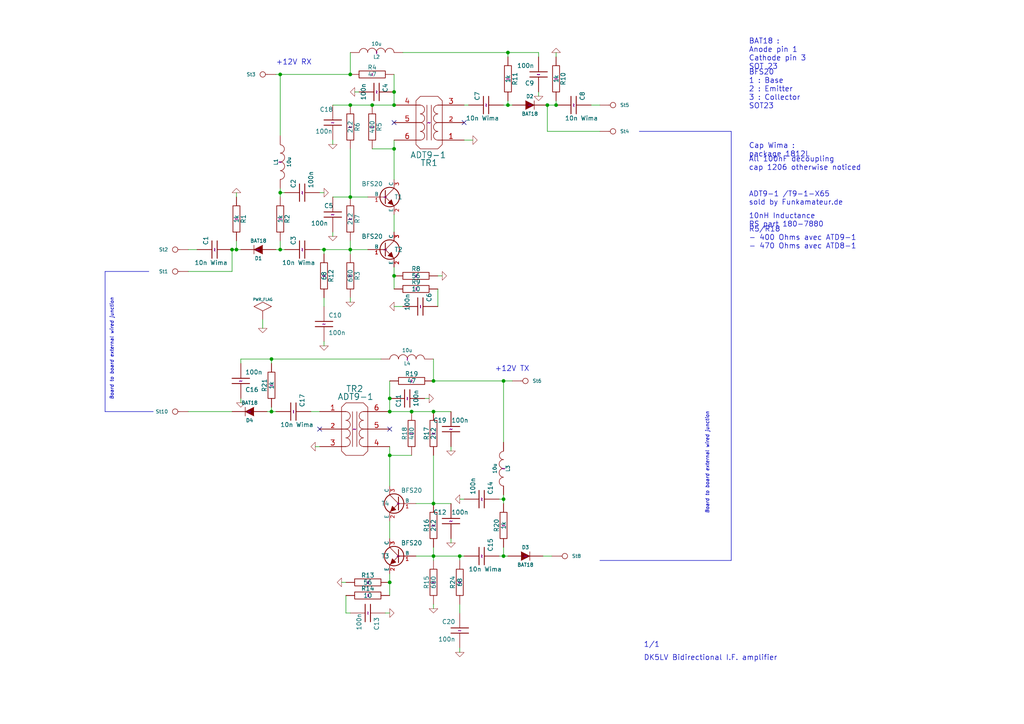
<source format=kicad_sch>
(kicad_sch (version 20230121) (generator eeschema)
  (paper "A4")
  (title_block (date "14 jan 2015"))
  (lib_symbols
    (symbol "bidi-rescue:C" (pin_numbers hide) (pin_names (offset 0.254))
      (property "Reference" "C" (at 1.27 2.54 0))
      (property "Value" "C" (at 1.27 -2.54 0))
      (symbol "C_0_1"
        (polyline (pts (xy -2.54 -0.762) (xy 2.54 -0.762)) (stroke (width 0.254)))
        (polyline (pts (xy -2.54 0.762) (xy 2.54 0.762)) (stroke (width 0.254)))
      )
      (symbol "C_1_1"
        (pin passive line (at 0 5.08 270) (length 4.318) (name "~") (number "1"))
        (pin passive line (at 0 -5.08 90) (length 4.318) (name "~") (number "2"))
      )
    )
    (symbol "bidi-rescue:CONN_1" (pin_numbers hide) (pin_names (offset 0.762) hide)
      (property "Reference" "P" (at 2.032 0 0))
      (symbol "CONN_1_0_1"
        (polyline (pts (xy -0.762 0) (xy -1.27 0)))
        (circle (center 0 0) (radius 0.7874))
      )
      (symbol "CONN_1_1_1"
        (pin passive line (at -3.81 0 0) (length 2.54) (name "1") (number "1"))
      )
    )
    (symbol "bidi-rescue:DIODE_soT23" (pin_numbers hide) (pin_names (offset 1.016) hide)
      (property "Reference" "D" (at 0 2.54 0))
      (property "Value" "DIODE_soT23" (at 0 -2.54 0))
      (symbol "DIODE_soT23_0_1"
        (polyline (pts (xy 1.27 1.27) (xy 1.27 -1.27)) (stroke (width 0.1524)))
        (polyline (pts (xy -1.27 1.27) (xy 1.27 0) (xy -1.27 -1.27)) (fill (type outline)))
      )
      (symbol "DIODE_soT23_1_1"
        (pin passive line (at -5.08 0 0) (length 3.81) (name "A") (number "1"))
        (pin passive line (at 5.08 0 180) (length 3.81) (name "K") (number "3"))
      )
    )
    (symbol "bidi-rescue:GND" (power) (pin_names (offset 0))
      (symbol "GND_0_1"
        (polyline (pts (xy -1.27 0) (xy 0 -1.27) (xy 1.27 0) (xy -1.27 0)) (stroke (width 0.1016)))
      )
      (symbol "GND_1_1"
        (pin power_in line (at 0 0 90) (length 0) hide (name "GND") (number "1"))
      )
    )
    (symbol "bidi-rescue:INDUCTOR" (pin_numbers hide) (pin_names (offset 1.016) hide)
      (property "Reference" "L" (at -1.27 0 90))
      (property "Value" "INDUCTOR" (at 2.54 0 90))
      (symbol "INDUCTOR_0_1"
        (arc (start 0.0254 -5.0546) (mid 1.2449 -3.8097) (end 0.0254 -2.54))
        (arc (start 0.0254 -2.5146) (mid 1.2703 -1.2444) (end 0.0254 0.0508))
        (arc (start 0.0254 0.0254) (mid 1.2703 1.2956) (end 0.0254 2.5908))
        (arc (start 0.0254 2.5654) (mid 1.1941 3.7595) (end 0.0254 4.9784))
      )
      (symbol "INDUCTOR_1_1"
        (pin passive line (at 0 7.62 270) (length 2.54) (name "1") (number "1"))
        (pin passive line (at 0 -7.62 90) (length 2.54) (name "2") (number "2"))
      )
    )
    (symbol "bidi-rescue:NPN-SOT" (pin_names (offset 0))
      (property "Reference" "Q" (at 3.81 0 0))
      (property "Value" "NPN-SOT" (at -3.81 3.81 0))
      (symbol "NPN-SOT_0_1"
        (polyline (pts (xy 0 0) (xy 2.54 2.54)))
        (polyline (pts (xy 0 1.905) (xy 0 -1.905) (xy 0 -1.905)) (stroke (width 0.254)))
        (polyline (pts (xy 1.27 -1.27) (xy 0 0) (xy 0 0)))
        (polyline (pts (xy 2.286 -2.286) (xy 2.54 -2.54) (xy 2.54 -2.54)))
        (polyline (pts (xy 2.286 -2.286) (xy 1.778 -0.762) (xy 0.762 -1.778) (xy 2.286 -2.286) (xy 2.286 -2.286)) (fill (type outline)))
        (circle (center 1.27 0) (radius 2.8194) (stroke (width 0.254)))
      )
      (symbol "NPN-SOT_1_1"
        (pin input line (at -5.08 0 0) (length 5.08) (name "B") (number "1"))
        (pin passive line (at 2.54 -5.08 90) (length 2.54) (name "E") (number "2"))
        (pin passive line (at 2.54 5.08 270) (length 2.54) (name "C") (number "3"))
      )
    )
    (symbol "bidi-rescue:PWR_FLAG" (power) (pin_numbers hide) (pin_names (offset 0) hide)
      (property "Value" "PWR_FLAG" (at 0 5.842 0))
      (symbol "PWR_FLAG_0_0"
        (pin power_out line (at 0 0 90) (length 0) (name "pwr") (number "1"))
      )
      (symbol "PWR_FLAG_0_1"
        (polyline (pts (xy 0 0) (xy 0 2.54) (xy 0 2.54)))
        (polyline (pts (xy 0 2.54) (xy -2.54 3.81) (xy 0 5.08) (xy 2.54 3.81) (xy 0 2.54)))
      )
    )
    (symbol "bidi-rescue:R" (pin_numbers hide) (pin_names (offset 0))
      (property "Reference" "R" (at 2.032 0 90))
      (property "Value" "R" (at 0 0 90))
      (symbol "R_0_1"
        (rectangle (start -1.016 3.81) (end 1.016 -3.81) (stroke (width 0.2032)))
      )
      (symbol "R_1_1"
        (pin passive line (at 0 6.35 270) (length 2.54) (name "~") (number "1"))
        (pin passive line (at 0 -6.35 90) (length 2.54) (name "~") (number "2"))
      )
    )
    (symbol "bidi-rescue:TransfoPM" (pin_names (offset 1.016) hide)
      (property "Reference" "T" (at 0 11.684 0))
      (property "Value" "TransfoPM" (at 0.254 9.398 0))
      (symbol "TransfoPM_0_1"
        (arc (start -2.54 -5.0546) (mid -1.6599 -4.6901) (end -1.27 -3.81))
        (arc (start -2.54 -2.5146) (mid -1.6599 -2.1501) (end -1.27 -1.27))
        (arc (start -2.54 0.0254) (mid -1.6599 0.3899) (end -1.27 1.27))
        (arc (start -2.54 2.5654) (mid -1.6599 2.9299) (end -1.27 3.81))
        (arc (start -1.27 -3.81) (mid -1.642 -2.912) (end -2.54 -2.54))
        (arc (start -1.27 -1.27) (mid -1.642 -0.372) (end -2.54 0))
        (arc (start -1.27 1.27) (mid -1.642 2.168) (end -2.54 2.54))
        (arc (start -1.27 3.81) (mid -1.642 4.708) (end -2.54 5.08))
        (polyline (pts (xy -0.635 5.08) (xy -0.635 -5.08)))
        (polyline (pts (xy 0.635 -5.08) (xy 0.635 5.08)))
        (polyline (pts (xy -3.81 6.35) (xy -2.54 7.62) (xy 2.54 7.62) (xy 3.81 6.35) (xy 3.81 -6.35) (xy 2.54 -7.62) (xy -2.54 -7.62) (xy -3.81 -6.35) (xy -3.81 6.35)))
        (arc (start 1.2954 -1.27) (mid 1.6599 -2.1501) (end 2.54 -2.5146))
        (arc (start 1.2954 1.27) (mid 1.6599 0.3899) (end 2.54 0.0254))
        (arc (start 1.2954 3.81) (mid 1.6599 2.9299) (end 2.54 2.5654))
        (arc (start 1.3208 -3.81) (mid 1.6853 -4.6901) (end 2.5654 -5.0546))
        (arc (start 2.54 0) (mid 1.642 -0.372) (end 1.2954 -1.27))
        (arc (start 2.54 2.54) (mid 1.642 2.168) (end 1.2954 1.27))
        (arc (start 2.54 5.08) (mid 1.642 4.708) (end 1.2954 3.81))
        (arc (start 2.5654 -2.54) (mid 1.6674 -2.912) (end 1.3208 -3.81))
      )
      (symbol "TransfoPM_1_1"
        (pin passive line (at -10.16 5.08 0) (length 7.62) (name "AA") (number "1"))
        (pin input line (at -10.16 0 0) (length 7.62) (name "AB") (number "2"))
        (pin passive line (at -10.16 -5.08 0) (length 7.62) (name "AC") (number "3"))
        (pin passive line (at 10.16 -5.08 180) (length 7.62) (name "SA") (number "4"))
        (pin passive line (at 10.16 0 180) (length 7.62) (name "SB") (number "5"))
        (pin passive line (at 10.16 5.08 180) (length 7.62) (name "SC") (number "6"))
      )
    )
  )
  (junction (at 113.03 132.08))
  (junction (at 125.73 161.29))
  (junction (at 114.3 80.01))
  (junction (at 113.03 115.57))
  (junction (at 81.28 55.88))
  (junction (at 125.73 119.38))
  (junction (at 114.3 43.18))
  (junction (at 161.29 30.48))
  (junction (at 146.05 161.29))
  (junction (at 113.03 119.38))
  (junction (at 147.32 30.48))
  (junction (at 125.73 110.49))
  (junction (at 133.35 161.29))
  (junction (at 158.75 30.48))
  (junction (at 101.6 72.39))
  (junction (at 68.58 72.39))
  (junction (at 78.74 119.38))
  (junction (at 81.28 21.59))
  (junction (at 119.38 119.38))
  (junction (at 125.73 146.05))
  (junction (at 93.98 72.39))
  (junction (at 81.28 72.39))
  (junction (at 113.03 168.91))
  (junction (at 101.6 30.48))
  (junction (at 67.31 72.39))
  (junction (at 101.6 57.15))
  (junction (at 146.05 144.78))
  (junction (at 78.74 104.14))
  (junction (at 147.32 15.24))
  (junction (at 114.3 26.67))
  (junction (at 107.95 30.48))
  (junction (at 114.3 30.48))
  (junction (at 101.6 21.59))
  (junction (at 146.05 110.49))
  (no_connect (at 134.62 35.56))
  (no_connect (at 114.3 35.56))
  (no_connect (at 92.71 124.46))
  (no_connect (at 113.03 124.46))
  (wire (pts (xy 81.28 21.59) (xy 101.6 21.59)))
  (wire (pts (xy 113.03 132.08) (xy 113.03 140.97)))
  (wire (pts (xy 113.03 115.57) (xy 113.03 119.38)))
  (wire (pts (xy 78.74 105.41) (xy 78.74 104.14)))
  (wire (pts (xy 134.62 30.48) (xy 135.89 30.48)))
  (wire (pts (xy 93.98 99.06) (xy 93.98 100.33)))
  (wire (pts (xy 78.74 119.38) (xy 77.47 119.38)))
  (wire (pts (xy 127 80.01) (xy 128.27 80.01)))
  (wire (pts (xy 76.2 92.71) (xy 76.2 95.25)))
  (wire (pts (xy 81.28 69.85) (xy 81.28 72.39)))
  (wire (pts (xy 101.6 72.39) (xy 106.68 72.39)))
  (wire (pts (xy 82.55 55.88) (xy 81.28 55.88)))
  (wire (pts (xy 161.29 16.51) (xy 161.29 15.24)))
  (wire (pts (xy 92.71 129.54) (xy 91.44 129.54)))
  (wire (pts (xy 67.31 119.38) (xy 54.61 119.38)))
  (wire (pts (xy 144.78 161.29) (xy 146.05 161.29)))
  (wire (pts (xy 125.73 161.29) (xy 120.65 161.29)))
  (wire (pts (xy 114.3 30.48) (xy 107.95 30.48)))
  (wire (pts (xy 78.74 104.14) (xy 110.49 104.14)))
  (wire (pts (xy 101.6 69.85) (xy 101.6 72.39)))
  (wire (pts (xy 125.73 161.29) (xy 125.73 162.56)))
  (wire (pts (xy 125.73 146.05) (xy 120.65 146.05)))
  (wire (pts (xy 111.76 177.8) (xy 113.03 177.8)))
  (wire (pts (xy 146.05 161.29) (xy 147.32 161.29)))
  (wire (pts (xy 125.73 175.26) (xy 125.73 176.53)))
  (wire (pts (xy 68.58 57.15) (xy 68.58 55.88)))
  (wire (pts (xy 125.73 119.38) (xy 130.81 119.38)))
  (wire (pts (xy 146.05 143.51) (xy 146.05 144.78)))
  (wire (pts (xy 125.73 132.08) (xy 125.73 146.05)))
  (wire (pts (xy 158.75 38.1) (xy 173.99 38.1)))
  (wire (pts (xy 113.03 168.91) (xy 113.03 172.72)))
  (wire (pts (xy 81.28 54.61) (xy 81.28 55.88)))
  (wire (pts (xy 69.85 104.14) (xy 69.85 105.41)))
  (wire (pts (xy 114.3 40.64) (xy 114.3 43.18)))
  (wire (pts (xy 80.01 21.59) (xy 81.28 21.59)))
  (wire (pts (xy 107.95 43.18) (xy 114.3 43.18)))
  (wire (pts (xy 161.29 30.48) (xy 161.29 29.21)))
  (wire (pts (xy 134.62 161.29) (xy 133.35 161.29)))
  (wire (pts (xy 130.81 129.54) (xy 130.81 130.81)))
  (wire (pts (xy 81.28 55.88) (xy 81.28 57.15)))
  (wire (pts (xy 116.84 88.9) (xy 114.3 88.9)))
  (wire (pts (xy 82.55 72.39) (xy 81.28 72.39)))
  (wire (pts (xy 158.75 30.48) (xy 158.75 38.1)))
  (wire (pts (xy 134.62 144.78) (xy 133.35 144.78)))
  (wire (pts (xy 96.52 57.15) (xy 101.6 57.15)))
  (wire (pts (xy 130.81 156.21) (xy 130.81 157.48)))
  (wire (pts (xy 69.85 72.39) (xy 68.58 72.39)))
  (wire (pts (xy 80.01 119.38) (xy 78.74 119.38)))
  (wire (pts (xy 107.95 30.48) (xy 101.6 30.48)))
  (wire (pts (xy 114.3 26.67) (xy 114.3 30.48)))
  (wire (pts (xy 133.35 177.8) (xy 133.35 175.26)))
  (wire (pts (xy 119.38 119.38) (xy 125.73 119.38)))
  (wire (pts (xy 92.71 72.39) (xy 93.98 72.39)))
  (wire (pts (xy 113.03 151.13) (xy 113.03 156.21)))
  (wire (pts (xy 114.3 21.59) (xy 114.3 26.67)))
  (wire (pts (xy 114.3 80.01) (xy 114.3 83.82)))
  (wire (pts (xy 114.3 77.47) (xy 114.3 80.01)))
  (wire (pts (xy 96.52 67.31) (xy 96.52 68.58)))
  (wire (pts (xy 156.21 26.67) (xy 156.21 27.94)))
  (wire (pts (xy 92.71 55.88) (xy 93.98 55.88)))
  (wire (pts (xy 147.32 29.21) (xy 147.32 30.48)))
  (wire (pts (xy 101.6 86.36) (xy 101.6 87.63)))
  (wire (pts (xy 81.28 72.39) (xy 80.01 72.39)))
  (wire (pts (xy 100.33 172.72) (xy 100.33 177.8)))
  (wire (pts (xy 68.58 72.39) (xy 67.31 72.39)))
  (polyline (pts (xy 212.09 38.1) (xy 185.42 38.1)))
  (wire (pts (xy 113.03 110.49) (xy 113.03 115.57)))
  (wire (pts (xy 157.48 161.29) (xy 160.02 161.29)))
  (wire (pts (xy 133.35 161.29) (xy 125.73 161.29)))
  (wire (pts (xy 113.03 166.37) (xy 113.03 168.91)))
  (wire (pts (xy 114.3 62.23) (xy 114.3 67.31)))
  (wire (pts (xy 96.52 40.64) (xy 96.52 41.91)))
  (wire (pts (xy 130.81 146.05) (xy 125.73 146.05)))
  (wire (pts (xy 78.74 118.11) (xy 78.74 119.38)))
  (wire (pts (xy 101.6 30.48) (xy 96.52 30.48)))
  (wire (pts (xy 101.6 72.39) (xy 101.6 73.66)))
  (wire (pts (xy 93.98 72.39) (xy 101.6 72.39)))
  (wire (pts (xy 133.35 187.96) (xy 133.35 189.23)))
  (polyline (pts (xy 30.48 119.38) (xy 30.48 78.74)))
  (wire (pts (xy 69.85 104.14) (xy 78.74 104.14)))
  (wire (pts (xy 125.73 104.14) (xy 125.73 110.49)))
  (polyline (pts (xy 30.48 78.74) (xy 43.18 78.74)))
  (wire (pts (xy 116.84 15.24) (xy 147.32 15.24)))
  (wire (pts (xy 127 83.82) (xy 127 88.9)))
  (wire (pts (xy 101.6 21.59) (xy 101.6 15.24)))
  (wire (pts (xy 113.03 119.38) (xy 119.38 119.38)))
  (polyline (pts (xy 173.99 162.56) (xy 212.09 162.56)))
  (wire (pts (xy 146.05 158.75) (xy 146.05 161.29)))
  (wire (pts (xy 156.21 15.24) (xy 156.21 16.51)))
  (wire (pts (xy 144.78 144.78) (xy 146.05 144.78)))
  (wire (pts (xy 93.98 73.66) (xy 93.98 72.39)))
  (wire (pts (xy 68.58 69.85) (xy 68.58 72.39)))
  (wire (pts (xy 123.19 115.57) (xy 124.46 115.57)))
  (wire (pts (xy 119.38 132.08) (xy 113.03 132.08)))
  (wire (pts (xy 125.73 158.75) (xy 125.73 161.29)))
  (wire (pts (xy 133.35 162.56) (xy 133.35 161.29)))
  (wire (pts (xy 147.32 30.48) (xy 148.59 30.48)))
  (wire (pts (xy 134.62 40.64) (xy 137.16 40.64)))
  (wire (pts (xy 146.05 110.49) (xy 146.05 128.27)))
  (wire (pts (xy 125.73 110.49) (xy 146.05 110.49)))
  (wire (pts (xy 54.61 72.39) (xy 57.15 72.39)))
  (wire (pts (xy 114.3 43.18) (xy 114.3 52.07)))
  (wire (pts (xy 171.45 30.48) (xy 173.99 30.48)))
  (polyline (pts (xy 44.45 119.38) (xy 30.48 119.38)))
  (wire (pts (xy 101.6 43.18) (xy 101.6 57.15)))
  (wire (pts (xy 69.85 115.57) (xy 69.85 116.84)))
  (polyline (pts (xy 212.09 162.56) (xy 212.09 38.1)))
  (wire (pts (xy 93.98 88.9) (xy 93.98 86.36)))
  (wire (pts (xy 146.05 144.78) (xy 146.05 146.05)))
  (wire (pts (xy 147.32 16.51) (xy 147.32 15.24)))
  (wire (pts (xy 67.31 78.74) (xy 67.31 72.39)))
  (wire (pts (xy 146.05 30.48) (xy 147.32 30.48)))
  (wire (pts (xy 113.03 129.54) (xy 113.03 132.08)))
  (wire (pts (xy 104.14 26.67) (xy 102.87 26.67)))
  (wire (pts (xy 100.33 168.91) (xy 99.06 168.91)))
  (wire (pts (xy 54.61 78.74) (xy 67.31 78.74)))
  (wire (pts (xy 161.29 30.48) (xy 158.75 30.48)))
  (wire (pts (xy 147.32 15.24) (xy 156.21 15.24)))
  (wire (pts (xy 81.28 21.59) (xy 81.28 39.37)))
  (wire (pts (xy 100.33 177.8) (xy 101.6 177.8)))
  (wire (pts (xy 90.17 119.38) (xy 92.71 119.38)))
  (wire (pts (xy 101.6 57.15) (xy 106.68 57.15)))
  (wire (pts (xy 146.05 110.49) (xy 148.59 110.49)))
  (text "Cap Wima : \npackage 1812L" (at 217.17 45.72 0) (effects (font (size 1.524 1.524)) (justify left bottom)))
  (text "1/1" (at 186.69 187.96 0) (effects (font (size 1.524 1.524)) (justify left bottom)))
  (text "ADT9-1 /T9-1-X65\nsold by Funkamateur.de" (at 217.17 59.69 0) (effects (font (size 1.4986 1.4986)) (justify left bottom)))
  (text "All 100nF decoupling \ncap 1206 otherwise noticed\n\n" (at 217.17 52.07 0) (effects (font (size 1.524 1.524)) (justify left bottom)))
  (text "+12V TX\n" (at 143.51 107.95 0) (effects (font (size 1.524 1.524)) (justify left bottom)))
  (text "Board to board external wired junction" (at 33.02 86.36 90) (effects (font (size 0.9906 0.9906) italic) (justify right bottom)))
  (text "BAT18 : \nAnode pin 1\nCathode pin 3\nSOT 23" (at 217.17 20.32 0) (effects (font (size 1.524 1.524)) (justify left bottom)))
  (text "Board to board external wired junction" (at 205.74 119.38 90) (effects (font (size 0.9906 0.9906) italic) (justify right bottom)))
  (text "+12V RX\n" (at 80.01 19.05 0) (effects (font (size 1.524 1.524)) (justify left bottom)))
  (text "R5/R18 \n- 400 Ohms avec ATD9-1\n- 470 Ohms avec ATD8-1\n" (at 217.17 72.39 0) (effects (font (size 1.524 1.524)) (justify left bottom)))
  (text "10nH Inductance \nRS part 180-7880" (at 217.17 66.04 0) (effects (font (size 1.4986 1.4986)) (justify left bottom)))
  (text "BFS20\n1 : Base\n2 : Emitter\n3 : Collector\nSOT23\n" (at 217.17 31.75 0) (effects (font (size 1.524 1.524)) (justify left bottom)))
  (text "DK5LV Bidirectional I.F. amplifier" (at 186.69 191.77 0) (effects (font (size 1.524 1.524)) (justify left bottom)))
  (symbol (lib_id "bidi-rescue:C") (at 62.23 72.39 90) (unit 1)
    (property "Reference" "C1" (at 59.69 71.12 0) (effects (justify left)))
    (property "Value" "10n Wima" (at 66.04 76.2 90) (effects (justify left)))
    (property "Footprint" "~" (at 62.23 72.39 0) (effects (font (size 1.524 1.524))))
    (property "Datasheet" "~" (at 62.23 72.39 0) (effects (font (size 1.524 1.524))))
  )
  (symbol (lib_id "bidi-rescue:R") (at 81.28 63.5 0) (unit 1)
    (property "Reference" "R2" (at 83.312 63.5 90))
    (property "Value" "1k" (at 81.28 63.5 90))
    (property "Footprint" "~" (at 81.28 63.5 0) (effects (font (size 1.524 1.524))))
    (property "Datasheet" "~" (at 81.28 63.5 0) (effects (font (size 1.524 1.524))))
  )
  (symbol (lib_id "bidi-rescue:C") (at 87.63 72.39 90) (unit 1)
    (property "Reference" "C3" (at 85.09 71.12 0) (effects (justify left)))
    (property "Value" "10n Wima" (at 91.44 76.2 90) (effects (justify left)))
    (property "Footprint" "~" (at 87.63 72.39 0) (effects (font (size 1.524 1.524))))
    (property "Datasheet" "~" (at 87.63 72.39 0) (effects (font (size 1.524 1.524))))
  )
  (symbol (lib_id "bidi-rescue:C") (at 87.63 55.88 90) (unit 1)
    (property "Reference" "C2" (at 85.09 54.61 0) (effects (justify left)))
    (property "Value" "100n" (at 90.17 54.61 0) (effects (justify left)))
    (property "Footprint" "~" (at 87.63 55.88 0) (effects (font (size 1.524 1.524))))
    (property "Datasheet" "~" (at 87.63 55.88 0) (effects (font (size 1.524 1.524))))
  )
  (symbol (lib_id "bidi-rescue:INDUCTOR") (at 81.28 46.99 0) (unit 1)
    (property "Reference" "L1" (at 80.01 46.99 90) (effects (font (size 1.016 1.016))))
    (property "Value" "10u" (at 83.82 46.99 90) (effects (font (size 1.016 1.016))))
    (property "Footprint" "~" (at 81.28 46.99 0) (effects (font (size 1.524 1.524))))
    (property "Datasheet" "~" (at 81.28 46.99 0) (effects (font (size 1.524 1.524))))
  )
  (symbol (lib_id "bidi-rescue:R") (at 93.98 80.01 0) (unit 1)
    (property "Reference" "R12" (at 96.012 80.01 90))
    (property "Value" "68" (at 93.98 80.01 90))
    (property "Footprint" "~" (at 93.98 80.01 0) (effects (font (size 1.524 1.524))))
    (property "Datasheet" "~" (at 93.98 80.01 0) (effects (font (size 1.524 1.524))))
  )
  (symbol (lib_id "bidi-rescue:C") (at 93.98 93.98 0) (unit 1)
    (property "Reference" "C10" (at 95.25 91.44 0) (effects (justify left)))
    (property "Value" "100n" (at 95.25 96.52 0) (effects (justify left)))
    (property "Footprint" "~" (at 93.98 93.98 0) (effects (font (size 1.524 1.524))))
    (property "Datasheet" "~" (at 93.98 93.98 0) (effects (font (size 1.524 1.524))))
  )
  (symbol (lib_id "bidi-rescue:R") (at 101.6 80.01 0) (unit 1)
    (property "Reference" "R3" (at 103.632 80.01 90))
    (property "Value" "680" (at 101.6 80.01 90))
    (property "Footprint" "~" (at 101.6 80.01 0) (effects (font (size 1.524 1.524))))
    (property "Datasheet" "~" (at 101.6 80.01 0) (effects (font (size 1.524 1.524))))
  )
  (symbol (lib_id "bidi-rescue:R") (at 101.6 63.5 0) (unit 1)
    (property "Reference" "R7" (at 103.632 63.5 90))
    (property "Value" "2k2" (at 101.6 63.5 90))
    (property "Footprint" "~" (at 101.6 63.5 0) (effects (font (size 1.524 1.524))))
    (property "Datasheet" "~" (at 101.6 63.5 0) (effects (font (size 1.524 1.524))))
  )
  (symbol (lib_id "bidi-rescue:C") (at 96.52 62.23 0) (unit 1)
    (property "Reference" "C5" (at 93.98 59.69 0) (effects (justify left)))
    (property "Value" "100n" (at 90.17 64.77 0) (effects (justify left)))
    (property "Footprint" "~" (at 96.52 62.23 0) (effects (font (size 1.524 1.524))))
    (property "Datasheet" "~" (at 96.52 62.23 0) (effects (font (size 1.524 1.524))))
  )
  (symbol (lib_id "bidi-rescue:R") (at 101.6 36.83 0) (unit 1)
    (property "Reference" "R6" (at 103.632 36.83 90))
    (property "Value" "2k2" (at 101.6 36.83 90))
    (property "Footprint" "~" (at 101.6 36.83 0) (effects (font (size 1.524 1.524))))
    (property "Datasheet" "~" (at 101.6 36.83 0) (effects (font (size 1.524 1.524))))
  )
  (symbol (lib_id "bidi-rescue:C") (at 96.52 35.56 0) (unit 1)
    (property "Reference" "C18" (at 92.71 31.75 0) (effects (justify left)))
    (property "Value" "100n" (at 91.44 38.1 0) (effects (justify left)))
    (property "Footprint" "~" (at 96.52 35.56 0) (effects (font (size 1.524 1.524))))
    (property "Datasheet" "~" (at 96.52 35.56 0) (effects (font (size 1.524 1.524))))
  )
  (symbol (lib_id "bidi-rescue:R") (at 107.95 36.83 0) (unit 1)
    (property "Reference" "R5" (at 109.982 36.83 90))
    (property "Value" "400" (at 107.95 36.83 90))
    (property "Footprint" "~" (at 107.95 36.83 0) (effects (font (size 1.524 1.524))))
    (property "Datasheet" "~" (at 107.95 36.83 0) (effects (font (size 1.524 1.524))))
  )
  (symbol (lib_id "bidi-rescue:R") (at 107.95 21.59 90) (unit 1)
    (property "Reference" "R4" (at 107.95 19.558 90))
    (property "Value" "47" (at 107.95 21.59 90))
    (property "Footprint" "~" (at 107.95 21.59 0) (effects (font (size 1.524 1.524))))
    (property "Datasheet" "~" (at 107.95 21.59 0) (effects (font (size 1.524 1.524))))
  )
  (symbol (lib_id "bidi-rescue:C") (at 109.22 26.67 270) (unit 1)
    (property "Reference" "C4" (at 111.76 24.13 0) (effects (justify left)))
    (property "Value" "100n" (at 105.41 24.13 0) (effects (justify left)))
    (property "Footprint" "~" (at 109.22 26.67 0) (effects (font (size 1.524 1.524))))
    (property "Datasheet" "~" (at 109.22 26.67 0) (effects (font (size 1.524 1.524))))
  )
  (symbol (lib_id "bidi-rescue:GND") (at 93.98 55.88 90) (unit 1)
    (property "Reference" "#PWR01" (effects hide))
    (property "Value" "GND" (effects hide))
  )
  (symbol (lib_id "bidi-rescue:GND") (at 96.52 68.58 0) (unit 1)
    (property "Reference" "#PWR02" (effects hide))
    (property "Value" "GND" (effects hide))
  )
  (symbol (lib_id "bidi-rescue:GND") (at 101.6 87.63 0) (unit 1)
    (property "Reference" "#PWR03" (effects hide))
    (property "Value" "GND" (effects hide))
  )
  (symbol (lib_id "bidi-rescue:GND") (at 93.98 100.33 0) (unit 1)
    (property "Reference" "#PWR04" (effects hide))
    (property "Value" "GND" (effects hide))
  )
  (symbol (lib_id "bidi-rescue:GND") (at 96.52 41.91 0) (unit 1)
    (property "Reference" "#PWR05" (effects hide))
    (property "Value" "GND" (effects hide))
  )
  (symbol (lib_id "bidi-rescue:R") (at 68.58 63.5 0) (unit 1)
    (property "Reference" "R1" (at 70.612 63.5 90))
    (property "Value" "1k" (at 68.58 63.5 90))
    (property "Footprint" "~" (at 68.58 63.5 0) (effects (font (size 1.524 1.524))))
    (property "Datasheet" "~" (at 68.58 63.5 0) (effects (font (size 1.524 1.524))))
  )
  (symbol (lib_id "bidi-rescue:GND") (at 68.58 55.88 180) (unit 1)
    (property "Reference" "#PWR06" (effects hide))
    (property "Value" "GND" (effects hide))
  )
  (symbol (lib_id "bidi-rescue:INDUCTOR") (at 109.22 15.24 90) (unit 1)
    (property "Reference" "L2" (at 109.22 16.51 90) (effects (font (size 1.016 1.016))))
    (property "Value" "10u" (at 109.22 12.7 90) (effects (font (size 1.016 1.016))))
    (property "Footprint" "~" (at 109.22 15.24 0) (effects (font (size 1.524 1.524))))
    (property "Datasheet" "~" (at 109.22 15.24 0) (effects (font (size 1.524 1.524))))
  )
  (symbol (lib_id "bidi-rescue:C") (at 140.97 30.48 90) (unit 1)
    (property "Reference" "C7" (at 138.43 29.21 0) (effects (justify left)))
    (property "Value" "10n Wima" (at 144.78 34.29 90) (effects (justify left)))
    (property "Footprint" "~" (at 140.97 30.48 0) (effects (font (size 1.524 1.524))))
    (property "Datasheet" "~" (at 140.97 30.48 0) (effects (font (size 1.524 1.524))))
  )
  (symbol (lib_id "bidi-rescue:R") (at 147.32 22.86 0) (unit 1)
    (property "Reference" "R11" (at 149.352 22.86 90))
    (property "Value" "1k" (at 147.32 22.86 90))
    (property "Footprint" "~" (at 147.32 22.86 0) (effects (font (size 1.524 1.524))))
    (property "Datasheet" "~" (at 147.32 22.86 0) (effects (font (size 1.524 1.524))))
  )
  (symbol (lib_id "bidi-rescue:C") (at 156.21 21.59 180) (unit 1)
    (property "Reference" "C9" (at 154.94 24.13 0) (effects (justify left)))
    (property "Value" "100n" (at 154.94 19.05 0) (effects (justify left)))
    (property "Footprint" "~" (at 156.21 21.59 0) (effects (font (size 1.524 1.524))))
    (property "Datasheet" "~" (at 156.21 21.59 0) (effects (font (size 1.524 1.524))))
  )
  (symbol (lib_id "bidi-rescue:R") (at 120.65 80.01 90) (unit 1)
    (property "Reference" "R8" (at 120.65 77.978 90))
    (property "Value" "56" (at 120.65 80.01 90))
    (property "Footprint" "~" (at 120.65 80.01 0) (effects (font (size 1.524 1.524))))
    (property "Datasheet" "~" (at 120.65 80.01 0) (effects (font (size 1.524 1.524))))
  )
  (symbol (lib_id "bidi-rescue:R") (at 120.65 83.82 90) (unit 1)
    (property "Reference" "R9" (at 120.65 81.788 90))
    (property "Value" "10" (at 120.65 83.82 90))
    (property "Footprint" "~" (at 120.65 83.82 0) (effects (font (size 1.524 1.524))))
    (property "Datasheet" "~" (at 120.65 83.82 0) (effects (font (size 1.524 1.524))))
  )
  (symbol (lib_id "bidi-rescue:C") (at 121.92 88.9 270) (mirror x) (unit 1)
    (property "Reference" "C6" (at 124.46 87.63 0) (effects (justify left)))
    (property "Value" "100n" (at 118.11 90.17 0) (effects (justify left)))
    (property "Footprint" "~" (at 121.92 88.9 0) (effects (font (size 1.524 1.524))))
    (property "Datasheet" "~" (at 121.92 88.9 0) (effects (font (size 1.524 1.524))))
  )
  (symbol (lib_id "bidi-rescue:GND") (at 128.27 80.01 90) (unit 1)
    (property "Reference" "#PWR07" (effects hide))
    (property "Value" "GND" (effects hide))
  )
  (symbol (lib_id "bidi-rescue:GND") (at 114.3 88.9 270) (mirror x) (unit 1)
    (property "Reference" "#PWR08" (effects hide))
    (property "Value" "GND" (effects hide))
  )
  (symbol (lib_id "bidi-rescue:GND") (at 156.21 27.94 0) (unit 1)
    (property "Reference" "#PWR09" (effects hide))
    (property "Value" "GND" (effects hide))
  )
  (symbol (lib_id "bidi-rescue:GND") (at 102.87 26.67 270) (unit 1)
    (property "Reference" "#PWR010" (effects hide))
    (property "Value" "GND" (effects hide))
  )
  (symbol (lib_id "bidi-rescue:GND") (at 137.16 40.64 90) (unit 1)
    (property "Reference" "#PWR011" (effects hide))
    (property "Value" "GND" (effects hide))
  )
  (symbol (lib_id "bidi-rescue:C") (at 166.37 30.48 270) (mirror x) (unit 1)
    (property "Reference" "C8" (at 168.91 29.21 0) (effects (justify left)))
    (property "Value" "10n Wima" (at 163.83 34.29 90) (effects (justify left)))
    (property "Footprint" "~" (at 166.37 30.48 0) (effects (font (size 1.524 1.524))))
    (property "Datasheet" "~" (at 166.37 30.48 0) (effects (font (size 1.524 1.524))))
  )
  (symbol (lib_id "bidi-rescue:R") (at 146.05 152.4 0) (mirror y) (unit 1)
    (property "Reference" "R20" (at 144.018 152.4 90))
    (property "Value" "1k" (at 146.05 152.4 90))
    (property "Footprint" "~" (at 146.05 152.4 0) (effects (font (size 1.524 1.524))))
    (property "Datasheet" "~" (at 146.05 152.4 0) (effects (font (size 1.524 1.524))))
  )
  (symbol (lib_id "bidi-rescue:C") (at 139.7 161.29 270) (mirror x) (unit 1)
    (property "Reference" "C15" (at 142.24 160.02 0) (effects (justify left)))
    (property "Value" "10n Wima" (at 135.89 165.1 90) (effects (justify left)))
    (property "Footprint" "~" (at 139.7 161.29 0) (effects (font (size 1.524 1.524))))
    (property "Datasheet" "~" (at 139.7 161.29 0) (effects (font (size 1.524 1.524))))
  )
  (symbol (lib_id "bidi-rescue:C") (at 139.7 144.78 270) (mirror x) (unit 1)
    (property "Reference" "C14" (at 142.24 143.51 0) (effects (justify left)))
    (property "Value" "100n" (at 137.16 143.51 0) (effects (justify left)))
    (property "Footprint" "~" (at 139.7 144.78 0) (effects (font (size 1.524 1.524))))
    (property "Datasheet" "~" (at 139.7 144.78 0) (effects (font (size 1.524 1.524))))
  )
  (symbol (lib_id "bidi-rescue:INDUCTOR") (at 146.05 135.89 0) (mirror y) (unit 1)
    (property "Reference" "L3" (at 147.32 135.89 90) (effects (font (size 1.016 1.016))))
    (property "Value" "10u" (at 143.51 135.89 90) (effects (font (size 1.016 1.016))))
    (property "Footprint" "~" (at 146.05 135.89 0) (effects (font (size 1.524 1.524))))
    (property "Datasheet" "~" (at 146.05 135.89 0) (effects (font (size 1.524 1.524))))
  )
  (symbol (lib_id "bidi-rescue:R") (at 133.35 168.91 0) (mirror y) (unit 1)
    (property "Reference" "R24" (at 131.318 168.91 90))
    (property "Value" "68" (at 133.35 168.91 90))
    (property "Footprint" "~" (at 133.35 168.91 0) (effects (font (size 1.524 1.524))))
    (property "Datasheet" "~" (at 133.35 168.91 0) (effects (font (size 1.524 1.524))))
  )
  (symbol (lib_id "bidi-rescue:C") (at 133.35 182.88 0) (mirror y) (unit 1)
    (property "Reference" "C20" (at 132.08 180.34 0) (effects (justify left)))
    (property "Value" "100n" (at 132.08 185.42 0) (effects (justify left)))
    (property "Footprint" "~" (at 133.35 182.88 0) (effects (font (size 1.524 1.524))))
    (property "Datasheet" "~" (at 133.35 182.88 0) (effects (font (size 1.524 1.524))))
  )
  (symbol (lib_id "bidi-rescue:R") (at 125.73 168.91 0) (mirror y) (unit 1)
    (property "Reference" "R15" (at 123.698 168.91 90))
    (property "Value" "680" (at 125.73 168.91 90))
    (property "Footprint" "~" (at 125.73 168.91 0) (effects (font (size 1.524 1.524))))
    (property "Datasheet" "~" (at 125.73 168.91 0) (effects (font (size 1.524 1.524))))
  )
  (symbol (lib_id "bidi-rescue:R") (at 125.73 152.4 0) (mirror y) (unit 1)
    (property "Reference" "R16" (at 123.698 152.4 90))
    (property "Value" "2k2" (at 125.73 152.4 90))
    (property "Footprint" "~" (at 125.73 152.4 0) (effects (font (size 1.524 1.524))))
    (property "Datasheet" "~" (at 125.73 152.4 0) (effects (font (size 1.524 1.524))))
  )
  (symbol (lib_id "bidi-rescue:C") (at 130.81 151.13 0) (mirror y) (unit 1)
    (property "Reference" "C12" (at 129.54 148.59 0) (effects (justify left)))
    (property "Value" "100n" (at 135.89 148.59 0) (effects (justify left)))
    (property "Footprint" "~" (at 130.81 151.13 0) (effects (font (size 1.524 1.524))))
    (property "Datasheet" "~" (at 130.81 151.13 0) (effects (font (size 1.524 1.524))))
  )
  (symbol (lib_id "bidi-rescue:R") (at 125.73 125.73 0) (mirror y) (unit 1)
    (property "Reference" "R17" (at 123.698 125.73 90))
    (property "Value" "2k2" (at 125.73 125.73 90))
    (property "Footprint" "~" (at 125.73 125.73 0) (effects (font (size 1.524 1.524))))
    (property "Datasheet" "~" (at 125.73 125.73 0) (effects (font (size 1.524 1.524))))
  )
  (symbol (lib_id "bidi-rescue:C") (at 130.81 124.46 0) (mirror y) (unit 1)
    (property "Reference" "C19" (at 129.54 121.92 0) (effects (justify left)))
    (property "Value" "100n" (at 135.89 121.92 0) (effects (justify left)))
    (property "Footprint" "~" (at 130.81 124.46 0) (effects (font (size 1.524 1.524))))
    (property "Datasheet" "~" (at 130.81 124.46 0) (effects (font (size 1.524 1.524))))
  )
  (symbol (lib_id "bidi-rescue:R") (at 119.38 125.73 0) (mirror y) (unit 1)
    (property "Reference" "R18" (at 117.348 125.73 90))
    (property "Value" "400" (at 119.38 125.73 90))
    (property "Footprint" "~" (at 119.38 125.73 0) (effects (font (size 1.524 1.524))))
    (property "Datasheet" "~" (at 119.38 125.73 0) (effects (font (size 1.524 1.524))))
  )
  (symbol (lib_id "bidi-rescue:R") (at 119.38 110.49 270) (mirror x) (unit 1)
    (property "Reference" "R19" (at 119.38 108.458 90))
    (property "Value" "47" (at 119.38 110.49 90))
    (property "Footprint" "~" (at 119.38 110.49 0) (effects (font (size 1.524 1.524))))
    (property "Datasheet" "~" (at 119.38 110.49 0) (effects (font (size 1.524 1.524))))
  )
  (symbol (lib_id "bidi-rescue:C") (at 118.11 115.57 90) (mirror x) (unit 1)
    (property "Reference" "C11" (at 115.57 114.3 0) (effects (justify left)))
    (property "Value" "100n" (at 120.65 113.03 0) (effects (justify left)))
    (property "Footprint" "~" (at 118.11 115.57 0) (effects (font (size 1.524 1.524))))
    (property "Datasheet" "~" (at 118.11 115.57 0) (effects (font (size 1.524 1.524))))
  )
  (symbol (lib_id "bidi-rescue:GND") (at 133.35 144.78 270) (mirror x) (unit 1)
    (property "Reference" "#PWR012" (effects hide))
    (property "Value" "GND" (effects hide))
  )
  (symbol (lib_id "bidi-rescue:GND") (at 130.81 157.48 0) (mirror y) (unit 1)
    (property "Reference" "#PWR013" (effects hide))
    (property "Value" "GND" (effects hide))
  )
  (symbol (lib_id "bidi-rescue:GND") (at 125.73 176.53 0) (mirror y) (unit 1)
    (property "Reference" "#PWR014" (effects hide))
    (property "Value" "GND" (effects hide))
  )
  (symbol (lib_id "bidi-rescue:GND") (at 133.35 189.23 0) (mirror y) (unit 1)
    (property "Reference" "#PWR015" (effects hide))
    (property "Value" "GND" (effects hide))
  )
  (symbol (lib_id "bidi-rescue:GND") (at 130.81 130.81 0) (mirror y) (unit 1)
    (property "Reference" "#PWR016" (effects hide))
    (property "Value" "GND" (effects hide))
  )
  (symbol (lib_id "bidi-rescue:R") (at 161.29 22.86 0) (mirror x) (unit 1)
    (property "Reference" "R10" (at 163.322 22.86 90))
    (property "Value" "1k" (at 161.29 22.86 90))
    (property "Footprint" "~" (at 161.29 22.86 0) (effects (font (size 1.524 1.524))))
    (property "Datasheet" "~" (at 161.29 22.86 0) (effects (font (size 1.524 1.524))))
  )
  (symbol (lib_id "bidi-rescue:GND") (at 161.29 15.24 0) (mirror x) (unit 1)
    (property "Reference" "#PWR017" (effects hide))
    (property "Value" "GND" (effects hide))
  )
  (symbol (lib_id "bidi-rescue:INDUCTOR") (at 118.11 104.14 270) (mirror x) (unit 1)
    (property "Reference" "L4" (at 118.11 105.41 90) (effects (font (size 1.016 1.016))))
    (property "Value" "10u" (at 118.11 101.6 90) (effects (font (size 1.016 1.016))))
    (property "Footprint" "~" (at 118.11 104.14 0) (effects (font (size 1.524 1.524))))
    (property "Datasheet" "~" (at 118.11 104.14 0) (effects (font (size 1.524 1.524))))
  )
  (symbol (lib_id "bidi-rescue:C") (at 85.09 119.38 270) (mirror x) (unit 1)
    (property "Reference" "C17" (at 87.63 118.11 0) (effects (justify left)))
    (property "Value" "10n Wima" (at 81.28 123.19 90) (effects (justify left)))
    (property "Footprint" "~" (at 85.09 119.38 0) (effects (font (size 1.524 1.524))))
    (property "Datasheet" "~" (at 85.09 119.38 0) (effects (font (size 1.524 1.524))))
  )
  (symbol (lib_id "bidi-rescue:R") (at 78.74 111.76 0) (mirror y) (unit 1)
    (property "Reference" "R21" (at 76.708 111.76 90))
    (property "Value" "1k" (at 78.74 111.76 90))
    (property "Footprint" "~" (at 78.74 111.76 0) (effects (font (size 1.524 1.524))))
    (property "Datasheet" "~" (at 78.74 111.76 0) (effects (font (size 1.524 1.524))))
  )
  (symbol (lib_id "bidi-rescue:C") (at 69.85 110.49 0) (mirror x) (unit 1)
    (property "Reference" "C16" (at 71.12 113.03 0) (effects (justify left)))
    (property "Value" "100n" (at 71.12 107.95 0) (effects (justify left)))
    (property "Footprint" "~" (at 69.85 110.49 0) (effects (font (size 1.524 1.524))))
    (property "Datasheet" "~" (at 69.85 110.49 0) (effects (font (size 1.524 1.524))))
  )
  (symbol (lib_id "bidi-rescue:R") (at 106.68 168.91 270) (mirror x) (unit 1)
    (property "Reference" "R13" (at 106.68 166.878 90))
    (property "Value" "56" (at 106.68 168.91 90))
    (property "Footprint" "~" (at 106.68 168.91 0) (effects (font (size 1.524 1.524))))
    (property "Datasheet" "~" (at 106.68 168.91 0) (effects (font (size 1.524 1.524))))
  )
  (symbol (lib_id "bidi-rescue:R") (at 106.68 172.72 270) (mirror x) (unit 1)
    (property "Reference" "R14" (at 106.68 170.688 90))
    (property "Value" "10" (at 106.68 172.72 90))
    (property "Footprint" "~" (at 106.68 172.72 0) (effects (font (size 1.524 1.524))))
    (property "Datasheet" "~" (at 106.68 172.72 0) (effects (font (size 1.524 1.524))))
  )
  (symbol (lib_id "bidi-rescue:C") (at 106.68 177.8 270) (mirror x) (unit 1)
    (property "Reference" "C13" (at 109.22 182.88 0) (effects (justify left)))
    (property "Value" "100n" (at 104.14 182.88 0) (effects (justify left)))
    (property "Footprint" "~" (at 106.68 177.8 0) (effects (font (size 1.524 1.524))))
    (property "Datasheet" "~" (at 106.68 177.8 0) (effects (font (size 1.524 1.524))))
  )
  (symbol (lib_id "bidi-rescue:GND") (at 99.06 168.91 270) (mirror x) (unit 1)
    (property "Reference" "#PWR018" (effects hide))
    (property "Value" "GND" (effects hide))
  )
  (symbol (lib_id "bidi-rescue:GND") (at 113.03 177.8 90) (mirror x) (unit 1)
    (property "Reference" "#PWR019" (effects hide))
    (property "Value" "GND" (effects hide))
  )
  (symbol (lib_id "bidi-rescue:GND") (at 69.85 116.84 0) (mirror y) (unit 1)
    (property "Reference" "#PWR020" (effects hide))
    (property "Value" "GND" (effects hide))
  )
  (symbol (lib_id "bidi-rescue:GND") (at 124.46 115.57 90) (mirror x) (unit 1)
    (property "Reference" "#PWR021" (effects hide))
    (property "Value" "GND" (effects hide))
  )
  (symbol (lib_id "bidi-rescue:GND") (at 91.44 129.54 270) (mirror x) (unit 1)
    (property "Reference" "#PWR022" (effects hide))
    (property "Value" "GND" (effects hide))
  )
  (symbol (lib_id "bidi-rescue:TransfoPM") (at 124.46 35.56 180) (unit 1)
    (property "Reference" "TR1" (at 124.46 47.244 0) (effects (font (size 1.778 1.778))))
    (property "Value" "ADT9-1" (at 124.206 44.958 0) (effects (font (size 1.778 1.778))))
    (property "Footprint" "~" (at 124.46 35.56 0) (effects (font (size 1.524 1.524))))
    (property "Datasheet" "~" (at 124.46 35.56 0) (effects (font (size 1.524 1.524))))
  )
  (symbol (lib_id "bidi-rescue:TransfoPM") (at 102.87 124.46 0) (unit 1)
    (property "Reference" "TR2" (at 102.87 112.776 0) (effects (font (size 1.778 1.778))))
    (property "Value" "ADT9-1" (at 103.124 115.062 0) (effects (font (size 1.778 1.778))))
    (property "Footprint" "~" (at 102.87 124.46 0) (effects (font (size 1.524 1.524))))
    (property "Datasheet" "~" (at 102.87 124.46 0) (effects (font (size 1.524 1.524))))
  )
  (symbol (lib_id "bidi-rescue:CONN_1") (at 177.8 30.48 0) (unit 1)
    (property "Reference" "St5" (at 179.832 30.48 0) (effects (font (size 1.016 1.016)) (justify left)))
    (property "Value" "CONN_1" (effects hide))
  )
  (symbol (lib_id "bidi-rescue:CONN_1") (at 50.8 72.39 180) (unit 1)
    (property "Reference" "St2" (at 48.768 72.39 0) (effects (font (size 1.016 1.016)) (justify left)))
    (property "Value" "CONN_1" (effects hide))
  )
  (symbol (lib_id "bidi-rescue:CONN_1") (at 152.4 110.49 0) (unit 1)
    (property "Reference" "St6" (at 154.432 110.49 0) (effects (font (size 1.016 1.016)) (justify left)))
    (property "Value" "CONN_1" (effects hide))
  )
  (symbol (lib_id "bidi-rescue:CONN_1") (at 76.2 21.59 180) (unit 1)
    (property "Reference" "St3" (at 74.168 21.59 0) (effects (font (size 1.016 1.016)) (justify left)))
    (property "Value" "CONN_1" (effects hide))
  )
  (symbol (lib_id "bidi-rescue:CONN_1") (at 50.8 78.74 180) (unit 1)
    (property "Reference" "St1" (at 48.768 78.74 0) (effects (font (size 1.016 1.016)) (justify left)))
    (property "Value" "CONN_1" (effects hide))
  )
  (symbol (lib_id "bidi-rescue:CONN_1") (at 50.8 119.38 180) (unit 1)
    (property "Reference" "St10" (at 48.768 119.38 0) (effects (font (size 1.016 1.016)) (justify left)))
    (property "Value" "CONN_1" (effects hide))
  )
  (symbol (lib_id "bidi-rescue:CONN_1") (at 163.83 161.29 0) (unit 1)
    (property "Reference" "St8" (at 165.862 161.29 0) (effects (font (size 1.016 1.016)) (justify left)))
    (property "Value" "CONN_1" (effects hide))
  )
  (symbol (lib_id "bidi-rescue:CONN_1") (at 177.8 38.1 0) (unit 1)
    (property "Reference" "St4" (at 179.832 38.1 0) (effects (font (size 1.016 1.016)) (justify left)))
    (property "Value" "CONN_1" (effects hide))
  )
  (symbol (lib_id "bidi-rescue:GND") (at 76.2 95.25 0) (unit 1)
    (property "Reference" "#PWR023" (effects hide))
    (property "Value" "GND" (effects hide))
  )
  (symbol (lib_id "bidi-rescue:PWR_FLAG") (at 76.2 92.71 0) (unit 1)
    (property "Reference" "#FLG024" (effects hide))
    (property "Value" "PWR_FLAG" (at 76.2 86.868 0) (effects (font (size 0.762 0.762))))
  )
  (symbol (lib_id "bidi-rescue:DIODE_soT23") (at 153.67 30.48 0) (unit 1)
    (property "Reference" "D2" (at 153.67 27.94 0) (effects (font (size 1.016 1.016))))
    (property "Value" "BAT18" (at 153.67 33.02 0) (effects (font (size 1.016 1.016))))
    (property "Footprint" "~" (at 153.67 30.48 0) (effects (font (size 1.524 1.524))))
    (property "Datasheet" "~" (at 153.67 30.48 0) (effects (font (size 1.524 1.524))))
  )
  (symbol (lib_id "bidi-rescue:DIODE_soT23") (at 74.93 72.39 180) (unit 1)
    (property "Reference" "D1" (at 74.93 74.93 0) (effects (font (size 1.016 1.016))))
    (property "Value" "BAT18" (at 74.93 69.85 0) (effects (font (size 1.016 1.016))))
    (property "Footprint" "~" (at 74.93 72.39 0) (effects (font (size 1.524 1.524))))
    (property "Datasheet" "~" (at 74.93 72.39 0) (effects (font (size 1.524 1.524))))
  )
  (symbol (lib_id "bidi-rescue:DIODE_soT23") (at 72.39 119.38 180) (unit 1)
    (property "Reference" "D4" (at 72.39 121.92 0) (effects (font (size 1.016 1.016))))
    (property "Value" "BAT18" (at 72.39 116.84 0) (effects (font (size 1.016 1.016))))
    (property "Footprint" "~" (at 72.39 119.38 0) (effects (font (size 1.524 1.524))))
    (property "Datasheet" "~" (at 72.39 119.38 0) (effects (font (size 1.524 1.524))))
  )
  (symbol (lib_id "bidi-rescue:DIODE_soT23") (at 152.4 161.29 0) (unit 1)
    (property "Reference" "D3" (at 152.4 158.75 0) (effects (font (size 1.016 1.016))))
    (property "Value" "BAT18" (at 152.4 163.83 0) (effects (font (size 1.016 1.016))))
    (property "Footprint" "~" (at 152.4 161.29 0) (effects (font (size 1.524 1.524))))
    (property "Datasheet" "~" (at 152.4 161.29 0) (effects (font (size 1.524 1.524))))
  )
  (symbol (lib_id "bidi-rescue:NPN-SOT") (at 111.76 57.15 0) (unit 1)
    (property "Reference" "T1" (at 115.57 57.15 0))
    (property "Value" "BFS20" (at 107.95 53.34 0))
    (property "Footprint" "~" (at 111.76 57.15 0) (effects (font (size 1.524 1.524))))
    (property "Datasheet" "~" (at 111.76 57.15 0) (effects (font (size 1.524 1.524))))
  )
  (symbol (lib_id "bidi-rescue:NPN-SOT") (at 111.76 72.39 0) (unit 1)
    (property "Reference" "T2" (at 115.57 72.39 0))
    (property "Value" "BFS20" (at 107.95 68.58 0))
    (property "Footprint" "~" (at 111.76 72.39 0) (effects (font (size 1.524 1.524))))
    (property "Datasheet" "~" (at 111.76 72.39 0) (effects (font (size 1.524 1.524))))
  )
  (symbol (lib_id "bidi-rescue:NPN-SOT") (at 115.57 146.05 0) (mirror y) (unit 1)
    (property "Reference" "T4" (at 111.76 146.05 0))
    (property "Value" "BFS20" (at 119.38 142.24 0))
    (property "Footprint" "~" (at 115.57 146.05 0) (effects (font (size 1.524 1.524))))
    (property "Datasheet" "~" (at 115.57 146.05 0) (effects (font (size 1.524 1.524))))
  )
  (symbol (lib_id "bidi-rescue:NPN-SOT") (at 115.57 161.29 0) (mirror y) (unit 1)
    (property "Reference" "T3" (at 111.76 161.29 0))
    (property "Value" "BFS20" (at 119.38 157.48 0))
    (property "Footprint" "~" (at 115.57 161.29 0) (effects (font (size 1.524 1.524))))
    (property "Datasheet" "~" (at 115.57 161.29 0) (effects (font (size 1.524 1.524))))
  )
)
</source>
